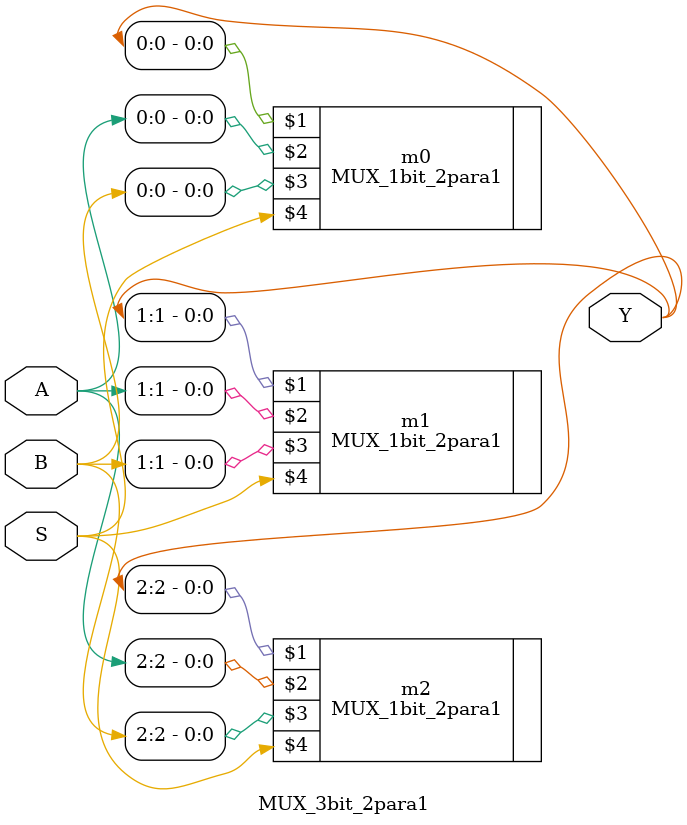
<source format=v>
module MUX_3bit_2para1(Y, A, B, S);
    output [2:0] Y;
    input  [2:0] A, B;
    input  S;

    MUX_1bit_2para1 m0(Y[0], A[0], B[0], S);
    MUX_1bit_2para1 m1(Y[1], A[1], B[1], S);
    MUX_1bit_2para1 m2(Y[2], A[2], B[2], S);
endmodule
</source>
